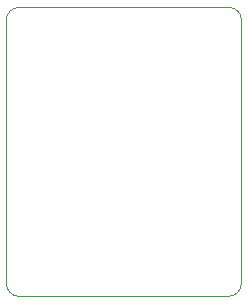
<source format=gbr>
%TF.GenerationSoftware,KiCad,Pcbnew,(5.1.6)-1*%
%TF.CreationDate,2020-11-25T11:03:50+08:00*%
%TF.ProjectId,BCG_Piezo_Integrated_V1.0,4243475f-5069-4657-9a6f-5f496e746567,rev?*%
%TF.SameCoordinates,Original*%
%TF.FileFunction,Profile,NP*%
%FSLAX46Y46*%
G04 Gerber Fmt 4.6, Leading zero omitted, Abs format (unit mm)*
G04 Created by KiCad (PCBNEW (5.1.6)-1) date 2020-11-25 11:03:50*
%MOMM*%
%LPD*%
G01*
G04 APERTURE LIST*
%TA.AperFunction,Profile*%
%ADD10C,0.050000*%
%TD*%
G04 APERTURE END LIST*
D10*
X177927000Y-129133600D02*
G75*
G02*
X178993800Y-130200400I0J-1066800D01*
G01*
X178993800Y-152501600D02*
G75*
G02*
X177876200Y-153619200I-1117600J0D01*
G01*
X160197800Y-153619200D02*
G75*
G02*
X159080200Y-152501600I0J1117600D01*
G01*
X159081353Y-130301948D02*
G75*
G02*
X160197800Y-129133600I1116447J50748D01*
G01*
X159080200Y-152501600D02*
X159081353Y-130301948D01*
X160502600Y-153619200D02*
X160197800Y-153619200D01*
X177876200Y-153619200D02*
X160502600Y-153619200D01*
X178993800Y-130200400D02*
X178993800Y-152501600D01*
X160197800Y-129133600D02*
X177927000Y-129133600D01*
M02*

</source>
